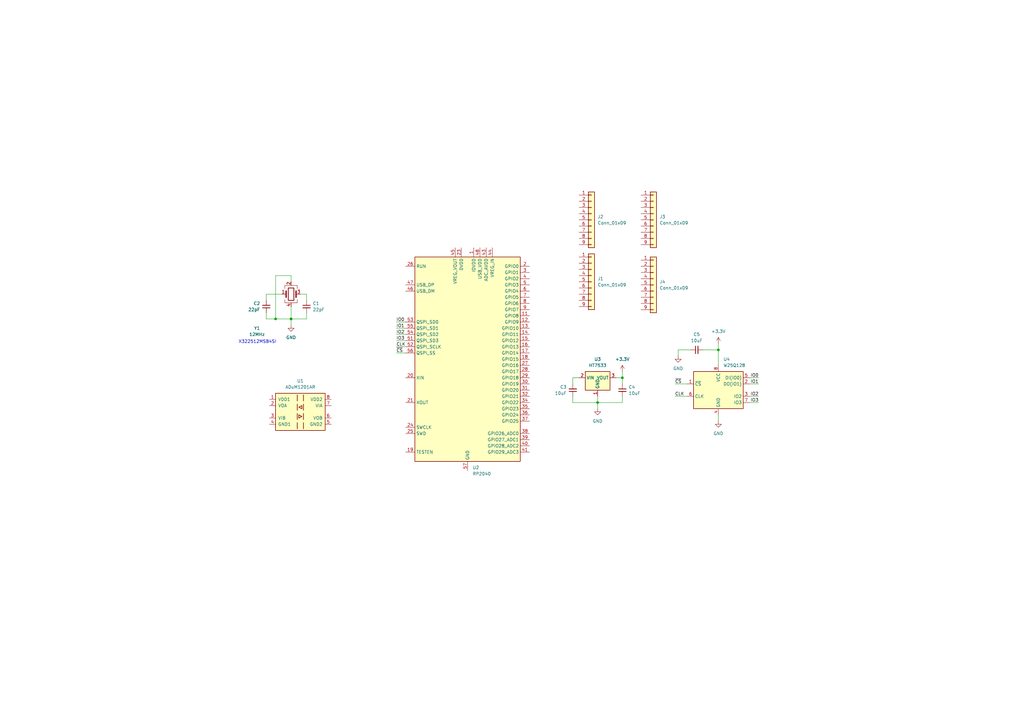
<source format=kicad_sch>
(kicad_sch (version 20211123) (generator eeschema)
  (paper "A3")
  (lib_symbols
    (symbol "Connector_Generic:Conn_01x09" (pin_names (offset 1.016) hide)
      (property "Reference" "J" (at 0 12.7 0))
      (property "Value" "Conn_01x09" (at 0 -12.7 0))
      (symbol "Conn_01x09_1_1"
        (rectangle (start -1.27 -10.033) (end 0 -10.287) (stroke (width 0.1524)))
        (rectangle (start -1.27 -7.493) (end 0 -7.747) (stroke (width 0.1524)))
        (rectangle (start -1.27 -4.953) (end 0 -5.207) (stroke (width 0.1524)))
        (rectangle (start -1.27 -2.413) (end 0 -2.667) (stroke (width 0.1524)))
        (rectangle (start -1.27 0.127) (end 0 -0.127) (stroke (width 0.1524)))
        (rectangle (start -1.27 2.667) (end 0 2.413) (stroke (width 0.1524)))
        (rectangle (start -1.27 5.207) (end 0 4.953) (stroke (width 0.1524)))
        (rectangle (start -1.27 7.747) (end 0 7.493) (stroke (width 0.1524)))
        (rectangle (start -1.27 10.287) (end 0 10.033) (stroke (width 0.1524)))
        (rectangle (start -1.27 11.43) (end 1.27 -11.43) (stroke (width 0.254)) (fill (type background)))
        (pin passive line (at -5.08 10.16 0) (length 3.81) (name "Pin_1") (number "1"))
        (pin passive line (at -5.08 7.62 0) (length 3.81) (name "Pin_2") (number "2"))
        (pin passive line (at -5.08 5.08 0) (length 3.81) (name "Pin_3") (number "3"))
        (pin passive line (at -5.08 2.54 0) (length 3.81) (name "Pin_4") (number "4"))
        (pin passive line (at -5.08 0 0) (length 3.81) (name "Pin_5") (number "5"))
        (pin passive line (at -5.08 -2.54 0) (length 3.81) (name "Pin_6") (number "6"))
        (pin passive line (at -5.08 -5.08 0) (length 3.81) (name "Pin_7") (number "7"))
        (pin passive line (at -5.08 -7.62 0) (length 3.81) (name "Pin_8") (number "8"))
        (pin passive line (at -5.08 -10.16 0) (length 3.81) (name "Pin_9") (number "9"))
      )
    )
    (symbol "Device:C_Small" (pin_numbers hide) (pin_names (offset 0.254) hide)
      (property "Reference" "C" (at 0.254 1.778 0))
      (property "Value" "C_Small" (at 0.254 -2.032 0))
      (symbol "C_Small_0_1"
        (polyline (pts (xy -1.524 -0.508) (xy 1.524 -0.508)) (stroke (width 0.3302)))
        (polyline (pts (xy -1.524 0.508) (xy 1.524 0.508)) (stroke (width 0.3048)))
      )
      (symbol "C_Small_1_1"
        (pin passive line (at 0 2.54 270) (length 2.032) (name "~") (number "1"))
        (pin passive line (at 0 -2.54 90) (length 2.032) (name "~") (number "2"))
      )
    )
    (symbol "Device:Crystal_GND24" (pin_names (offset 1.016) hide)
      (property "Reference" "Y" (at 3.175 5.08 0))
      (property "Value" "Crystal_GND24" (at 3.175 3.175 0))
      (symbol "Crystal_GND24_0_1"
        (rectangle (start -1.143 2.54) (end 1.143 -2.54) (stroke (width 0.3048)))
        (polyline (pts (xy -2.54 0) (xy -2.032 0)))
        (polyline (pts (xy -2.032 -1.27) (xy -2.032 1.27)) (stroke (width 0.508)))
        (polyline (pts (xy 0 -3.81) (xy 0 -3.556)))
        (polyline (pts (xy 0 3.556) (xy 0 3.81)))
        (polyline (pts (xy 2.032 -1.27) (xy 2.032 1.27)) (stroke (width 0.508)))
        (polyline (pts (xy 2.032 0) (xy 2.54 0)))
        (polyline (pts (xy -2.54 -2.286) (xy -2.54 -3.556) (xy 2.54 -3.556) (xy 2.54 -2.286)))
        (polyline (pts (xy -2.54 2.286) (xy -2.54 3.556) (xy 2.54 3.556) (xy 2.54 2.286)))
      )
      (symbol "Crystal_GND24_1_1"
        (pin passive line (at -3.81 0 0) (length 1.27) (name "1") (number "1"))
        (pin passive line (at 0 5.08 270) (length 1.27) (name "2") (number "2"))
        (pin passive line (at 3.81 0 180) (length 1.27) (name "3") (number "3"))
        (pin passive line (at 0 -5.08 90) (length 1.27) (name "4") (number "4"))
      )
    )
    (symbol "Isolator:ADuM1201AR" (pin_names (offset 1.016))
      (property "Reference" "U" (at -10.16 8.89 0))
      (property "Value" "ADuM1201AR" (at -2.032 8.89 0))
      (symbol "ADuM1201AR_0_1"
        (rectangle (start -10.16 7.62) (end 10.16 -7.62) (stroke (width 0.254)) (fill (type background)))
        (polyline (pts (xy -1.27 -4.445) (xy -1.27 -6.985)) (stroke (width 0.254)))
        (polyline (pts (xy -1.27 -0.635) (xy -1.27 -3.175)) (stroke (width 0.254)))
        (polyline (pts (xy -1.27 3.175) (xy -1.27 0.635)) (stroke (width 0.254)))
        (polyline (pts (xy -1.27 6.985) (xy -1.27 4.445)) (stroke (width 0.254)))
        (polyline (pts (xy 1.27 -4.445) (xy 1.27 -6.985)) (stroke (width 0.254)))
        (polyline (pts (xy 1.27 -0.635) (xy 1.27 -3.175)) (stroke (width 0.254)))
        (polyline (pts (xy 1.27 3.175) (xy 1.27 0.635)) (stroke (width 0.254)))
        (polyline (pts (xy 1.27 6.985) (xy 1.27 4.445)) (stroke (width 0.254)))
        (polyline (pts (xy -0.635 -1.27) (xy -0.635 -2.54) (xy 0.635 -1.905) (xy -0.635 -1.27)) (stroke (width 0.254)))
        (polyline (pts (xy 0.635 2.54) (xy 0.635 1.27) (xy -0.635 1.905) (xy 0.635 2.54)) (stroke (width 0.254)))
      )
      (symbol "ADuM1201AR_1_1"
        (pin power_in line (at -12.7 5.08 0) (length 2.54) (name "VDD1") (number "1"))
        (pin output line (at -12.7 2.54 0) (length 2.54) (name "VOA") (number "2"))
        (pin input line (at -12.7 -2.54 0) (length 2.54) (name "VIB") (number "3"))
        (pin power_in line (at -12.7 -5.08 0) (length 2.54) (name "GND1") (number "4"))
        (pin power_in line (at 12.7 -5.08 180) (length 2.54) (name "GND2") (number "5"))
        (pin output line (at 12.7 -2.54 180) (length 2.54) (name "VOB") (number "6"))
        (pin input line (at 12.7 2.54 180) (length 2.54) (name "VIA") (number "7"))
        (pin power_in line (at 12.7 5.08 180) (length 2.54) (name "VDD2") (number "8"))
      )
    )
    (symbol "MCU_RaspberryPi:RP2040"
      (property "Reference" "U2" (at 2.0194 -44.45 0))
      (property "Value" "RP2040" (at 2.0194 -46.99 0))
      (symbol "RP2040_0_1"
        (rectangle (start -21.59 41.91) (end 21.59 -41.91) (stroke (width 0.254)) (fill (type background)))
      )
      (symbol "RP2040_1_1"
        (pin power_in line (at 2.54 45.72 270) (length 3.81) (name "IOVDD") (number "1"))
        (pin passive line (at 2.54 45.72 270) (length 3.81) hide (name "IOVDD") (number "10"))
        (pin bidirectional line (at 25.4 17.78 180) (length 3.81) (name "GPIO8") (number "11"))
        (pin bidirectional line (at 25.4 15.24 180) (length 3.81) (name "GPIO9") (number "12"))
        (pin bidirectional line (at 25.4 12.7 180) (length 3.81) (name "GPIO10") (number "13"))
        (pin bidirectional line (at 25.4 10.16 180) (length 3.81) (name "GPIO11") (number "14"))
        (pin bidirectional line (at 25.4 7.62 180) (length 3.81) (name "GPIO12") (number "15"))
        (pin bidirectional line (at 25.4 5.08 180) (length 3.81) (name "GPIO13") (number "16"))
        (pin bidirectional line (at 25.4 2.54 180) (length 3.81) (name "GPIO14") (number "17"))
        (pin bidirectional line (at 25.4 0 180) (length 3.81) (name "GPIO15") (number "18"))
        (pin input line (at -25.4 -38.1 0) (length 3.81) (name "TESTEN") (number "19"))
        (pin bidirectional line (at 25.4 38.1 180) (length 3.81) (name "GPIO0") (number "2"))
        (pin input line (at -25.4 -7.62 0) (length 3.81) (name "XIN") (number "20"))
        (pin passive line (at -25.4 -17.78 0) (length 3.81) (name "XOUT") (number "21"))
        (pin passive line (at 2.54 45.72 270) (length 3.81) hide (name "IOVDD") (number "22"))
        (pin power_in line (at -2.54 45.72 270) (length 3.81) (name "DVDD") (number "23"))
        (pin output line (at -25.4 -27.94 0) (length 3.81) (name "SWCLK") (number "24"))
        (pin bidirectional line (at -25.4 -30.48 0) (length 3.81) (name "SWD") (number "25"))
        (pin input line (at -25.4 38.1 0) (length 3.81) (name "RUN") (number "26"))
        (pin bidirectional line (at 25.4 -2.54 180) (length 3.81) (name "GPIO16") (number "27"))
        (pin bidirectional line (at 25.4 -5.08 180) (length 3.81) (name "GPIO17") (number "28"))
        (pin bidirectional line (at 25.4 -7.62 180) (length 3.81) (name "GPIO18") (number "29"))
        (pin bidirectional line (at 25.4 35.56 180) (length 3.81) (name "GPIO1") (number "3"))
        (pin bidirectional line (at 25.4 -10.16 180) (length 3.81) (name "GPIO19") (number "30"))
        (pin bidirectional line (at 25.4 -12.7 180) (length 3.81) (name "GPIO20") (number "31"))
        (pin bidirectional line (at 25.4 -15.24 180) (length 3.81) (name "GPIO21") (number "32"))
        (pin passive line (at 2.54 45.72 270) (length 3.81) hide (name "IOVDD") (number "33"))
        (pin bidirectional line (at 25.4 -17.78 180) (length 3.81) (name "GPIO22") (number "34"))
        (pin bidirectional line (at 25.4 -20.32 180) (length 3.81) (name "GPIO23") (number "35"))
        (pin bidirectional line (at 25.4 -22.86 180) (length 3.81) (name "GPIO24") (number "36"))
        (pin bidirectional line (at 25.4 -25.4 180) (length 3.81) (name "GPIO25") (number "37"))
        (pin bidirectional line (at 25.4 -30.48 180) (length 3.81) (name "GPIO26_ADC0") (number "38"))
        (pin bidirectional line (at 25.4 -33.02 180) (length 3.81) (name "GPIO27_ADC1") (number "39"))
        (pin bidirectional line (at 25.4 33.02 180) (length 3.81) (name "GPIO2") (number "4"))
        (pin bidirectional line (at 25.4 -35.56 180) (length 3.81) (name "GPIO28_ADC2") (number "40"))
        (pin bidirectional line (at 25.4 -38.1 180) (length 3.81) (name "GPIO29_ADC3") (number "41"))
        (pin passive line (at 2.54 45.72 270) (length 3.81) hide (name "IOVDD") (number "42"))
        (pin power_in line (at 7.62 45.72 270) (length 3.81) (name "ADC_AVDD") (number "43"))
        (pin power_in line (at 10.16 45.72 270) (length 3.81) (name "VREG_IN") (number "44"))
        (pin power_out line (at -5.08 45.72 270) (length 3.81) (name "VREG_VOUT") (number "45"))
        (pin bidirectional line (at -25.4 27.94 0) (length 3.81) (name "USB_DM") (number "46"))
        (pin bidirectional line (at -25.4 30.48 0) (length 3.81) (name "USB_DP") (number "47"))
        (pin power_in line (at 5.08 45.72 270) (length 3.81) (name "USB_VDD") (number "48"))
        (pin passive line (at 2.54 45.72 270) (length 3.81) hide (name "IOVDD") (number "49"))
        (pin bidirectional line (at 25.4 30.48 180) (length 3.81) (name "GPIO3") (number "5"))
        (pin passive line (at -2.54 45.72 270) (length 3.81) hide (name "DVDD") (number "50"))
        (pin bidirectional line (at -25.4 7.62 0) (length 3.81) (name "QSPI_SD3") (number "51"))
        (pin output line (at -25.4 5.08 0) (length 3.81) (name "QSPI_SCLK") (number "52"))
        (pin bidirectional line (at -25.4 15.24 0) (length 3.81) (name "QSPI_SD0") (number "53"))
        (pin bidirectional line (at -25.4 10.16 0) (length 3.81) (name "QSPI_SD2") (number "54"))
        (pin bidirectional line (at -25.4 12.7 0) (length 3.81) (name "QSPI_SD1") (number "55"))
        (pin bidirectional line (at -25.4 2.54 0) (length 3.81) (name "QSPI_SS") (number "56"))
        (pin power_in line (at 0 -45.72 90) (length 3.81) (name "GND") (number "57"))
        (pin bidirectional line (at 25.4 27.94 180) (length 3.81) (name "GPIO4") (number "6"))
        (pin bidirectional line (at 25.4 25.4 180) (length 3.81) (name "GPIO5") (number "7"))
        (pin bidirectional line (at 25.4 22.86 180) (length 3.81) (name "GPIO6") (number "8"))
        (pin bidirectional line (at 25.4 20.32 180) (length 3.81) (name "GPIO7") (number "9"))
      )
    )
    (symbol "Memory_Flash:W25Q32JVSS"
      (property "Reference" "U" (at -8.89 8.89 0))
      (property "Value" "W25Q32JVSS" (at 7.62 8.89 0))
      (symbol "W25Q32JVSS_0_1"
        (rectangle (start -10.16 7.62) (end 10.16 -7.62) (stroke (width 0.254)) (fill (type background)))
      )
      (symbol "W25Q32JVSS_1_1"
        (pin input line (at -12.7 2.54 0) (length 2.54) (name "~{CS}") (number "1"))
        (pin bidirectional line (at 12.7 2.54 180) (length 2.54) (name "DO(IO1)") (number "2"))
        (pin bidirectional line (at 12.7 -2.54 180) (length 2.54) (name "IO2") (number "3"))
        (pin power_in line (at 0 -10.16 90) (length 2.54) (name "GND") (number "4"))
        (pin bidirectional line (at 12.7 5.08 180) (length 2.54) (name "DI(IO0)") (number "5"))
        (pin input line (at -12.7 -2.54 0) (length 2.54) (name "CLK") (number "6"))
        (pin bidirectional line (at 12.7 -5.08 180) (length 2.54) (name "IO3") (number "7"))
        (pin power_in line (at 0 10.16 270) (length 2.54) (name "VCC") (number "8"))
      )
    )
    (symbol "Regulator_Linear:HT75xx-1-SOT89"
      (property "Reference" "U" (at -5.08 -3.81 0))
      (property "Value" "HT75xx-1-SOT89" (at 0 6.35 0))
      (symbol "HT75xx-1-SOT89_0_1"
        (rectangle (start -5.08 5.08) (end 5.08 -2.54) (stroke (width 0.254)) (fill (type background)))
      )
      (symbol "HT75xx-1-SOT89_1_1"
        (pin power_in line (at 0 -5.08 90) (length 2.54) (name "GND") (number "1"))
        (pin power_in line (at -7.62 2.54 0) (length 2.54) (name "VIN") (number "2"))
        (pin power_out line (at 7.62 2.54 180) (length 2.54) (name "VOUT") (number "3"))
      )
    )
    (symbol "power:+3.3V" (power) (pin_names (offset 0))
      (property "Value" "+3.3V" (at 0 3.556 0))
      (symbol "+3.3V_0_1"
        (polyline (pts (xy -0.762 1.27) (xy 0 2.54)))
        (polyline (pts (xy 0 0) (xy 0 2.54)))
        (polyline (pts (xy 0 2.54) (xy 0.762 1.27)))
      )
      (symbol "+3.3V_1_1"
        (pin power_in line (at 0 0 90) (length 0) hide (name "+3.3V") (number "1"))
      )
    )
    (symbol "power:GND" (power) (pin_names (offset 0))
      (property "Value" "GND" (at 0 -3.81 0))
      (symbol "GND_0_1"
        (polyline (pts (xy 0 0) (xy 0 -1.27) (xy 1.27 -1.27) (xy 0 -2.54) (xy -1.27 -1.27) (xy 0 -1.27)))
      )
      (symbol "GND_1_1"
        (pin power_in line (at 0 0 270) (length 0) hide (name "GND") (number "1"))
      )
    )
  )
  (junction (at 255.27 154.94))
  (junction (at 119.38 130.81))
  (junction (at 294.64 143.51))
  (junction (at 113.03 130.81))
  (junction (at 245.11 165.1))
  (wire (pts (xy 109.22 130.81) (xy 113.03 130.81)))
  (wire (pts (xy 255.27 152.4) (xy 255.27 154.94)))
  (wire (pts (xy 162.56 137.16) (xy 166.37 137.16)))
  (wire (pts (xy 113.03 130.81) (xy 119.38 130.81)))
  (wire (pts (xy 294.64 170.18) (xy 294.64 172.72)))
  (wire (pts (xy 307.34 157.48) (xy 311.15 157.48)))
  (wire (pts (xy 234.95 162.56) (xy 234.95 165.1)))
  (wire (pts (xy 288.29 143.51) (xy 294.64 143.51)))
  (wire (pts (xy 234.95 154.94) (xy 234.95 157.48)))
  (wire (pts (xy 294.64 140.97) (xy 294.64 143.51)))
  (wire (pts (xy 237.49 154.94) (xy 234.95 154.94)))
  (wire (pts (xy 113.03 113.03) (xy 119.38 113.03)))
  (wire (pts (xy 307.34 154.94) (xy 311.15 154.94)))
  (wire (pts (xy 294.64 143.51) (xy 294.64 149.86)))
  (wire (pts (xy 113.03 130.81) (xy 113.03 113.03)))
  (wire (pts (xy 123.19 120.65) (xy 125.73 120.65)))
  (wire (pts (xy 119.38 125.73) (xy 119.38 130.81)))
  (wire (pts (xy 255.27 154.94) (xy 255.27 157.48)))
  (wire (pts (xy 307.34 162.56) (xy 311.15 162.56)))
  (wire (pts (xy 255.27 162.56) (xy 255.27 165.1)))
  (wire (pts (xy 162.56 142.24) (xy 166.37 142.24)))
  (wire (pts (xy 125.73 128.27) (xy 125.73 130.81)))
  (wire (pts (xy 245.11 162.56) (xy 245.11 165.1)))
  (wire (pts (xy 276.86 162.56) (xy 281.94 162.56)))
  (wire (pts (xy 162.56 144.78) (xy 166.37 144.78)))
  (wire (pts (xy 162.56 132.08) (xy 166.37 132.08)))
  (wire (pts (xy 245.11 165.1) (xy 255.27 165.1)))
  (wire (pts (xy 125.73 120.65) (xy 125.73 123.19)))
  (wire (pts (xy 119.38 113.03) (xy 119.38 115.57)))
  (wire (pts (xy 162.56 139.7) (xy 166.37 139.7)))
  (wire (pts (xy 307.34 165.1) (xy 311.15 165.1)))
  (wire (pts (xy 234.95 165.1) (xy 245.11 165.1)))
  (wire (pts (xy 278.13 143.51) (xy 283.21 143.51)))
  (wire (pts (xy 162.56 134.62) (xy 166.37 134.62)))
  (wire (pts (xy 109.22 120.65) (xy 109.22 123.19)))
  (wire (pts (xy 119.38 130.81) (xy 119.38 133.35)))
  (wire (pts (xy 252.73 154.94) (xy 255.27 154.94)))
  (wire (pts (xy 245.11 165.1) (xy 245.11 167.64)))
  (wire (pts (xy 115.57 120.65) (xy 109.22 120.65)))
  (wire (pts (xy 278.13 146.05) (xy 278.13 143.51)))
  (wire (pts (xy 276.86 157.48) (xy 281.94 157.48)))
  (wire (pts (xy 109.22 128.27) (xy 109.22 130.81)))
  (wire (pts (xy 125.73 130.81) (xy 119.38 130.81)))
  (text "\nX322512MSB4SI" (at 97.79 140.97 0) (effects (font (size 1.27 1.27)) (justify left bottom)))
  (label "IO2" (at 311.15 162.56 180))
  (label "CLK" (at 276.86 162.56 0))
  (label "IO1" (at 162.56 134.62 0))
  (label "~{CS}" (at 162.56 144.78 0))
  (label "IO0" (at 311.15 154.94 180))
  (label "IO3" (at 311.15 165.1 180))
  (label "IO1" (at 311.15 157.48 180))
  (label "IO0" (at 162.56 132.08 0))
  (label "IO2" (at 162.56 137.16 0))
  (label "IO3" (at 162.56 139.7 0))
  (label "~{CS}" (at 276.86 157.48 0))
  (label "CLK" (at 162.56 142.24 0))
  (symbol (lib_id "Connector_Generic:Conn_01x09") (at 267.97 116.84 0) (unit 1)
    (property "Reference" "J4" (at 270.51 115.5699 0) (effects (justify left)))
    (property "Value" "Conn_01x09" (at 270.51 118.1099 0) (effects (justify left)))
    (property "Footprint" "Connector_PinHeader_1.27mm:PinHeader_1x09_P1.27mm_Vertical" (effects hide))
  )
  (symbol (lib_id "power:GND") (at 278.13 146.05 0) (unit 1)
    (property "Reference" "#PWR0102" (effects hide))
    (property "Value" "GND" (at 278.13 151.13 0))
  )
  (symbol (lib_id "Device:Crystal_GND24") (at 119.38 120.65 0) (unit 1)
    (property "Reference" "Y1" (at 105.41 134.62 0))
    (property "Value" "12MHz" (at 105.41 137.16 0))
    (property "Footprint" "Oscillator:Oscillator_SMD_Abracon_ASE-4Pin_3.2x2.5mm" (effects hide))
  )
  (symbol (lib_id "power:+3.3V") (at 255.27 152.4 0) (unit 1)
    (property "Reference" "#PWR0104" (effects hide))
    (property "Value" "+3.3V" (at 255.27 147.32 0))
  )
  (symbol (lib_id "Connector_Generic:Conn_01x09") (at 242.57 115.57 0) (unit 1)
    (property "Reference" "J1" (at 245.11 114.2999 0) (effects (justify left)))
    (property "Value" "Conn_01x09" (at 245.11 116.8399 0) (effects (justify left)))
    (property "Footprint" "Connector_PinHeader_1.27mm:PinHeader_1x09_P1.27mm_Vertical" (effects hide))
  )
  (symbol (lib_id "Memory_Flash:W25Q32JVSS") (at 294.64 160.02 0) (unit 1)
    (property "Reference" "U4" (at 296.6594 147.32 0) (effects (justify left)))
    (property "Value" "W25Q128" (at 296.6594 149.86 0) (effects (justify left)))
    (property "Footprint" "Package_SO:SOIC-8_5.23x5.23mm_P1.27mm" (effects hide))
    (property "Datasheet" "http://www.winbond.com/resource-files/w25q32jv%20revg%2003272018%20plus.pdf" (effects hide))
  )
  (symbol (lib_id "Device:C_Small") (at 125.73 125.73 0) (unit 1)
    (property "Reference" "C1" (at 128.27 124.4662 0) (effects (justify left)))
    (property "Value" "22pF" (at 128.27 127.0062 0) (effects (justify left)))
    (property "Footprint" "Capacitor_SMD:C_0402_1005Metric" (effects hide))
  )
  (symbol (lib_id "Regulator_Linear:HT75xx-1-SOT89") (at 245.11 157.48 0) (unit 1)
    (property "Reference" "U3" (at 245.11 147.32 0))
    (property "Value" "HT7533" (at 245.11 149.86 0))
    (property "Footprint" "Package_TO_SOT_SMD:SOT-89-3" (effects hide))
    (property "Datasheet" "https://www.holtek.com/documents/10179/116711/HT75xx-1v250.pdf" (effects hide))
  )
  (symbol (lib_id "power:GND") (at 294.64 172.72 0) (unit 1)
    (property "Reference" "#PWR0101" (effects hide))
    (property "Value" "GND" (at 294.64 177.8 0))
  )
  (symbol (lib_id "Device:C_Small") (at 285.75 143.51 90) (unit 1)
    (property "Reference" "C5" (at 285.7563 137.16 90))
    (property "Value" "10uF" (at 285.7563 139.7 90))
    (property "Footprint" "Capacitor_SMD:C_0402_1005Metric" (effects hide))
  )
  (symbol (lib_id "power:GND") (at 119.38 133.35 0) (unit 1)
    (property "Reference" "#PWR01" (effects hide))
    (property "Value" "GND" (at 119.38 138.43 0))
  )
  (symbol (lib_id "Device:C_Small") (at 255.27 160.02 0) (unit 1)
    (property "Reference" "C4" (at 257.81 158.7562 0) (effects (justify left)))
    (property "Value" "10uF" (at 257.81 161.2962 0) (effects (justify left)))
    (property "Footprint" "Capacitor_SMD:C_0402_1005Metric" (effects hide))
  )
  (symbol (lib_id "Connector_Generic:Conn_01x09") (at 242.57 90.17 0) (unit 1)
    (property "Reference" "J2" (at 245.11 88.8999 0) (effects (justify left)))
    (property "Value" "Conn_01x09" (at 245.11 91.4399 0) (effects (justify left)))
    (property "Footprint" "Connector_PinHeader_1.27mm:PinHeader_1x09_P1.27mm_Vertical" (effects hide))
  )
  (symbol (lib_id "MCU_RaspberryPi:RP2040") (at 191.77 147.32 0) (unit 1)
    (property "Reference" "U2" (at 193.7894 191.77 0) (effects (justify left)))
    (property "Value" "RP2040" (at 193.7894 194.31 0) (effects (justify left)))
    (property "Footprint" "Package_DFN_QFN:QFN-56-1EP_7x7mm_P0.4mm_EP3.2x3.2mm" (effects hide))
    (property "Datasheet" "https://datasheets.raspberrypi.com/rp2040/rp2040-datasheet.pdf" (effects hide))
  )
  (symbol (lib_id "Device:C_Small") (at 109.22 125.73 0) (mirror x) (unit 1)
    (property "Reference" "C2" (at 106.68 124.4535 0) (effects (justify right)))
    (property "Value" "22pF" (at 106.68 126.9935 0) (effects (justify right)))
    (property "Footprint" "Capacitor_SMD:C_0402_1005Metric" (effects hide))
  )
  (symbol (lib_id "power:+3.3V") (at 294.64 140.97 0) (unit 1)
    (property "Reference" "#PWR0103" (effects hide))
    (property "Value" "+3.3V" (at 294.64 135.89 0))
  )
  (symbol (lib_id "power:GND") (at 245.11 167.64 0) (unit 1)
    (property "Reference" "#PWR02" (effects hide))
    (property "Value" "GND" (at 245.11 172.72 0))
  )
  (symbol (lib_id "Device:C_Small") (at 234.95 160.02 0) (mirror x) (unit 1)
    (property "Reference" "C3" (at 232.41 158.7435 0) (effects (justify right)))
    (property "Value" "10uF" (at 232.41 161.2835 0) (effects (justify right)))
    (property "Footprint" "Capacitor_SMD:C_0402_1005Metric" (effects hide))
  )
  (symbol (lib_id "Isolator:ADuM1201AR") (at 123.19 168.91 0) (unit 1)
    (property "Reference" "U1" (at 123.19 156.21 0))
    (property "Value" "ADuM1201AR" (at 123.19 158.75 0))
    (property "Footprint" "Package_SO:SOIC-8_3.9x4.9mm_P1.27mm" (effects hide))
    (property "Datasheet" "https://www.analog.com/media/en/technical-documentation/data-sheets/ADuM1200_1201.pdf" (effects hide))
  )
  (symbol (lib_id "Connector_Generic:Conn_01x09") (at 267.97 90.17 0) (unit 1)
    (property "Reference" "J3" (at 270.51 88.8999 0) (effects (justify left)))
    (property "Value" "Conn_01x09" (at 270.51 91.4399 0) (effects (justify left)))
    (property "Footprint" "Connector_PinHeader_1.27mm:PinHeader_1x09_P1.27mm_Vertical" (effects hide))
  )
)
</source>
